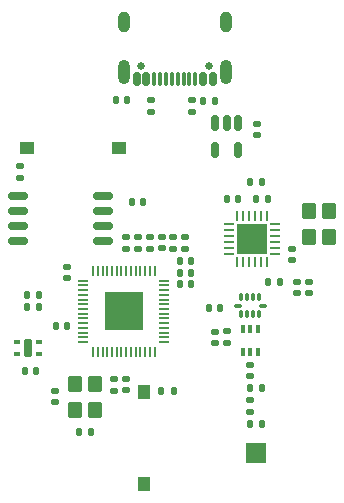
<source format=gbr>
%TF.GenerationSoftware,KiCad,Pcbnew,9.0.5*%
%TF.CreationDate,2025-12-02T20:32:22-06:00*%
%TF.ProjectId,lorapuck,6c6f7261-7075-4636-9b2e-6b696361645f,rev?*%
%TF.SameCoordinates,Original*%
%TF.FileFunction,Soldermask,Top*%
%TF.FilePolarity,Negative*%
%FSLAX46Y46*%
G04 Gerber Fmt 4.6, Leading zero omitted, Abs format (unit mm)*
G04 Created by KiCad (PCBNEW 9.0.5) date 2025-12-02 20:32:22*
%MOMM*%
%LPD*%
G01*
G04 APERTURE LIST*
G04 Aperture macros list*
%AMRoundRect*
0 Rectangle with rounded corners*
0 $1 Rounding radius*
0 $2 $3 $4 $5 $6 $7 $8 $9 X,Y pos of 4 corners*
0 Add a 4 corners polygon primitive as box body*
4,1,4,$2,$3,$4,$5,$6,$7,$8,$9,$2,$3,0*
0 Add four circle primitives for the rounded corners*
1,1,$1+$1,$2,$3*
1,1,$1+$1,$4,$5*
1,1,$1+$1,$6,$7*
1,1,$1+$1,$8,$9*
0 Add four rect primitives between the rounded corners*
20,1,$1+$1,$2,$3,$4,$5,0*
20,1,$1+$1,$4,$5,$6,$7,0*
20,1,$1+$1,$6,$7,$8,$9,0*
20,1,$1+$1,$8,$9,$2,$3,0*%
G04 Aperture macros list end*
%ADD10R,1.700000X1.700000*%
%ADD11RoundRect,0.135000X0.135000X0.185000X-0.135000X0.185000X-0.135000X-0.185000X0.135000X-0.185000X0*%
%ADD12RoundRect,0.140000X-0.170000X0.140000X-0.170000X-0.140000X0.170000X-0.140000X0.170000X0.140000X0*%
%ADD13RoundRect,0.050000X-0.387500X-0.050000X0.387500X-0.050000X0.387500X0.050000X-0.387500X0.050000X0*%
%ADD14RoundRect,0.050000X-0.050000X-0.387500X0.050000X-0.387500X0.050000X0.387500X-0.050000X0.387500X0*%
%ADD15R,3.200000X3.200000*%
%ADD16RoundRect,0.140000X0.140000X0.170000X-0.140000X0.170000X-0.140000X-0.170000X0.140000X-0.170000X0*%
%ADD17R,1.250000X1.000000*%
%ADD18RoundRect,0.140000X-0.140000X-0.170000X0.140000X-0.170000X0.140000X0.170000X-0.140000X0.170000X0*%
%ADD19RoundRect,0.135000X-0.185000X0.135000X-0.185000X-0.135000X0.185000X-0.135000X0.185000X0.135000X0*%
%ADD20RoundRect,0.087500X0.187500X0.087500X-0.187500X0.087500X-0.187500X-0.087500X0.187500X-0.087500X0*%
%ADD21RoundRect,0.175000X0.175000X0.625000X-0.175000X0.625000X-0.175000X-0.625000X0.175000X-0.625000X0*%
%ADD22RoundRect,0.147500X-0.172500X0.147500X-0.172500X-0.147500X0.172500X-0.147500X0.172500X0.147500X0*%
%ADD23RoundRect,0.100000X-0.100000X0.225000X-0.100000X-0.225000X0.100000X-0.225000X0.100000X0.225000X0*%
%ADD24RoundRect,0.250000X-0.350000X0.450000X-0.350000X-0.450000X0.350000X-0.450000X0.350000X0.450000X0*%
%ADD25RoundRect,0.140000X0.170000X-0.140000X0.170000X0.140000X-0.170000X0.140000X-0.170000X-0.140000X0*%
%ADD26RoundRect,0.150000X-0.150000X0.512500X-0.150000X-0.512500X0.150000X-0.512500X0.150000X0.512500X0*%
%ADD27RoundRect,0.250000X0.350000X-0.450000X0.350000X0.450000X-0.350000X0.450000X-0.350000X-0.450000X0*%
%ADD28C,0.650000*%
%ADD29RoundRect,0.150000X0.150000X0.425000X-0.150000X0.425000X-0.150000X-0.425000X0.150000X-0.425000X0*%
%ADD30RoundRect,0.075000X0.075000X0.500000X-0.075000X0.500000X-0.075000X-0.500000X0.075000X-0.500000X0*%
%ADD31O,1.000000X2.100000*%
%ADD32O,1.000000X1.800000*%
%ADD33RoundRect,0.135000X0.185000X-0.135000X0.185000X0.135000X-0.185000X0.135000X-0.185000X-0.135000X0*%
%ADD34R,1.000000X1.250000*%
%ADD35RoundRect,0.147500X0.147500X0.172500X-0.147500X0.172500X-0.147500X-0.172500X0.147500X-0.172500X0*%
%ADD36RoundRect,0.162500X-0.650000X-0.162500X0.650000X-0.162500X0.650000X0.162500X-0.650000X0.162500X0*%
%ADD37RoundRect,0.147500X-0.147500X-0.172500X0.147500X-0.172500X0.147500X0.172500X-0.147500X0.172500X0*%
%ADD38RoundRect,0.062500X0.350000X0.062500X-0.350000X0.062500X-0.350000X-0.062500X0.350000X-0.062500X0*%
%ADD39RoundRect,0.062500X0.062500X0.350000X-0.062500X0.350000X-0.062500X-0.350000X0.062500X-0.350000X0*%
%ADD40R,2.600000X2.600000*%
%ADD41RoundRect,0.135000X-0.135000X-0.185000X0.135000X-0.185000X0.135000X0.185000X-0.135000X0.185000X0*%
%ADD42RoundRect,0.075000X-0.075000X0.225000X-0.075000X-0.225000X0.075000X-0.225000X0.075000X0.225000X0*%
%ADD43RoundRect,0.075000X-0.237500X0.075000X-0.237500X-0.075000X0.237500X-0.075000X0.237500X0.075000X0*%
G04 APERTURE END LIST*
D10*
%TO.C,AE1*%
X100000000Y-118800000D03*
%TD*%
D11*
%TO.C,R1*%
X93010000Y-113500000D03*
X91990000Y-113500000D03*
%TD*%
D12*
%TO.C,C23*%
X83000000Y-113530000D03*
X83000000Y-114490000D03*
%TD*%
D13*
%TO.C,U2*%
X85362500Y-104190000D03*
X85362500Y-104590000D03*
X85362500Y-104990000D03*
X85362500Y-105390000D03*
X85362500Y-105790000D03*
X85362500Y-106190000D03*
X85362500Y-106590000D03*
X85362500Y-106990000D03*
X85362500Y-107390000D03*
X85362500Y-107790000D03*
X85362500Y-108190000D03*
X85362500Y-108590000D03*
X85362500Y-108990000D03*
X85362500Y-109390000D03*
D14*
X86200000Y-110227500D03*
X86600000Y-110227500D03*
X87000000Y-110227500D03*
X87400000Y-110227500D03*
X87800000Y-110227500D03*
X88200000Y-110227500D03*
X88600000Y-110227500D03*
X89000000Y-110227500D03*
X89400000Y-110227500D03*
X89800000Y-110227500D03*
X90200000Y-110227500D03*
X90600000Y-110227500D03*
X91000000Y-110227500D03*
X91400000Y-110227500D03*
D13*
X92237500Y-109390000D03*
X92237500Y-108990000D03*
X92237500Y-108590000D03*
X92237500Y-108190000D03*
X92237500Y-107790000D03*
X92237500Y-107390000D03*
X92237500Y-106990000D03*
X92237500Y-106590000D03*
X92237500Y-106190000D03*
X92237500Y-105790000D03*
X92237500Y-105390000D03*
X92237500Y-104990000D03*
X92237500Y-104590000D03*
X92237500Y-104190000D03*
D14*
X91400000Y-103352500D03*
X91000000Y-103352500D03*
X90600000Y-103352500D03*
X90200000Y-103352500D03*
X89800000Y-103352500D03*
X89400000Y-103352500D03*
X89000000Y-103352500D03*
X88600000Y-103352500D03*
X88200000Y-103352500D03*
X87800000Y-103352500D03*
X87400000Y-103352500D03*
X87000000Y-103352500D03*
X86600000Y-103352500D03*
X86200000Y-103352500D03*
D15*
X88800000Y-106790000D03*
%TD*%
D16*
%TO.C,C6*%
X90460000Y-97490000D03*
X89500000Y-97490000D03*
%TD*%
D12*
%TO.C,C1*%
X84000000Y-103040000D03*
X84000000Y-104000000D03*
%TD*%
D17*
%TO.C,SW1*%
X88375000Y-93000000D03*
X80625000Y-93000000D03*
%TD*%
D18*
%TO.C,C26*%
X80440000Y-111800000D03*
X81400000Y-111800000D03*
%TD*%
D19*
%TO.C,R5*%
X97500000Y-108490000D03*
X97500000Y-109510000D03*
%TD*%
D18*
%TO.C,C24*%
X95520000Y-89000000D03*
X96480000Y-89000000D03*
%TD*%
D12*
%TO.C,C19*%
X99500000Y-111320000D03*
X99500000Y-112280000D03*
%TD*%
D20*
%TO.C,U6*%
X81600000Y-110400000D03*
X81600000Y-109400000D03*
X79750000Y-109400000D03*
X79750000Y-110400000D03*
D21*
X80675000Y-109900000D03*
%TD*%
D16*
%TO.C,C21*%
X100480000Y-116300000D03*
X99520000Y-116300000D03*
%TD*%
D22*
%TO.C,L3*%
X99500000Y-114315000D03*
X99500000Y-115285000D03*
%TD*%
D23*
%TO.C,U4*%
X100150000Y-108300000D03*
X99500000Y-108300000D03*
X98850000Y-108300000D03*
X98850000Y-110200000D03*
X99500000Y-110200000D03*
X100150000Y-110200000D03*
%TD*%
D24*
%TO.C,Y1*%
X104500000Y-98300000D03*
X104500000Y-100500000D03*
X106200000Y-100500000D03*
X106200000Y-98300000D03*
%TD*%
D19*
%TO.C,R8*%
X91110000Y-88885000D03*
X91110000Y-89905000D03*
%TD*%
D25*
%TO.C,C18*%
X96500000Y-109480000D03*
X96500000Y-108520000D03*
%TD*%
D26*
%TO.C,U5*%
X98450000Y-90862500D03*
X97500000Y-90862500D03*
X96550000Y-90862500D03*
X96550000Y-93137500D03*
X98450000Y-93137500D03*
%TD*%
D19*
%TO.C,R7*%
X94610000Y-88885000D03*
X94610000Y-89905000D03*
%TD*%
D18*
%TO.C,C22*%
X85020000Y-117010000D03*
X85980000Y-117010000D03*
%TD*%
D27*
%TO.C,Y2*%
X86350000Y-115100000D03*
X86350000Y-112900000D03*
X84650000Y-112900000D03*
X84650000Y-115100000D03*
%TD*%
D12*
%TO.C,C13*%
X92000000Y-100500000D03*
X92000000Y-101460000D03*
%TD*%
D16*
%TO.C,C9*%
X96980000Y-106500000D03*
X96020000Y-106500000D03*
%TD*%
%TO.C,C15*%
X94480000Y-104500000D03*
X93520000Y-104500000D03*
%TD*%
D28*
%TO.C,J1*%
X96000000Y-86000000D03*
X90220000Y-86000000D03*
D29*
X96310000Y-87075000D03*
X95510000Y-87075000D03*
D30*
X94360000Y-87075000D03*
X93360000Y-87075000D03*
X92860000Y-87075000D03*
X91860000Y-87075000D03*
D29*
X90710000Y-87075000D03*
X89910000Y-87075000D03*
X89910000Y-87075000D03*
X90710000Y-87075000D03*
D30*
X91360000Y-87075000D03*
X92360000Y-87075000D03*
X93860000Y-87075000D03*
X94860000Y-87075000D03*
D29*
X95510000Y-87075000D03*
X96310000Y-87075000D03*
D31*
X97430000Y-86500000D03*
D32*
X97430000Y-82320000D03*
D31*
X88790000Y-86500000D03*
D32*
X88790000Y-82320000D03*
%TD*%
D33*
%TO.C,R6*%
X88000000Y-113510000D03*
X88000000Y-112490000D03*
%TD*%
D12*
%TO.C,C11*%
X89000000Y-100520000D03*
X89000000Y-101480000D03*
%TD*%
%TO.C,C12*%
X94000000Y-100520000D03*
X94000000Y-101480000D03*
%TD*%
%TO.C,C5*%
X103000000Y-101520000D03*
X103000000Y-102480000D03*
%TD*%
D25*
%TO.C,C25*%
X100110000Y-91875000D03*
X100110000Y-90915000D03*
%TD*%
D34*
%TO.C,SW2*%
X90500000Y-121375000D03*
X90500000Y-113625000D03*
%TD*%
D18*
%TO.C,C4*%
X93520000Y-103500000D03*
X94480000Y-103500000D03*
%TD*%
D11*
%TO.C,R9*%
X81600000Y-105400000D03*
X80580000Y-105400000D03*
%TD*%
D33*
%TO.C,R4*%
X80000000Y-95520000D03*
X80000000Y-94500000D03*
%TD*%
D18*
%TO.C,C2*%
X93520000Y-102500000D03*
X94480000Y-102500000D03*
%TD*%
D35*
%TO.C,L1*%
X101985000Y-104300000D03*
X101015000Y-104300000D03*
%TD*%
D25*
%TO.C,C10*%
X89000000Y-113450000D03*
X89000000Y-112490000D03*
%TD*%
D16*
%TO.C,C20*%
X100480000Y-113300000D03*
X99520000Y-113300000D03*
%TD*%
D18*
%TO.C,C7*%
X97540000Y-97300000D03*
X98500000Y-97300000D03*
%TD*%
D36*
%TO.C,U3*%
X79825000Y-97000000D03*
X79825000Y-98270000D03*
X79825000Y-99540000D03*
X79825000Y-100810000D03*
X87000000Y-100810000D03*
X87000000Y-99540000D03*
X87000000Y-98270000D03*
X87000000Y-97000000D03*
%TD*%
D25*
%TO.C,C17*%
X103500000Y-105260000D03*
X103500000Y-104300000D03*
%TD*%
D37*
%TO.C,15uH1*%
X99515000Y-95800000D03*
X100485000Y-95800000D03*
%TD*%
D33*
%TO.C,R3*%
X91000000Y-101510000D03*
X91000000Y-100490000D03*
%TD*%
D38*
%TO.C,U1*%
X101587500Y-101900000D03*
X101587500Y-101400000D03*
X101587500Y-100900000D03*
X101587500Y-100400000D03*
X101587500Y-99900000D03*
X101587500Y-99400000D03*
D39*
X100900000Y-98712500D03*
X100400000Y-98712500D03*
X99900000Y-98712500D03*
X99400000Y-98712500D03*
X98900000Y-98712500D03*
X98400000Y-98712500D03*
D38*
X97712500Y-99400000D03*
X97712500Y-99900000D03*
X97712500Y-100400000D03*
X97712500Y-100900000D03*
X97712500Y-101400000D03*
X97712500Y-101900000D03*
D39*
X98400000Y-102587500D03*
X98900000Y-102587500D03*
X99400000Y-102587500D03*
X99900000Y-102587500D03*
X100400000Y-102587500D03*
X100900000Y-102587500D03*
D40*
X99650000Y-100650000D03*
%TD*%
D16*
%TO.C,C3*%
X100980000Y-97300000D03*
X100020000Y-97300000D03*
%TD*%
D12*
%TO.C,C14*%
X93000000Y-100520000D03*
X93000000Y-101480000D03*
%TD*%
D37*
%TO.C,FB1*%
X88125000Y-88895000D03*
X89095000Y-88895000D03*
%TD*%
D18*
%TO.C,C8*%
X83020000Y-107990000D03*
X83980000Y-107990000D03*
%TD*%
D33*
%TO.C,R2*%
X90000000Y-101510000D03*
X90000000Y-100490000D03*
%TD*%
D41*
%TO.C,R10*%
X80580000Y-106400000D03*
X81600000Y-106400000D03*
%TD*%
D25*
%TO.C,C16*%
X104470000Y-105260000D03*
X104470000Y-104300000D03*
%TD*%
D42*
%TO.C,FL1*%
X100250000Y-105600000D03*
X99750000Y-105600000D03*
X99250000Y-105600000D03*
X98750000Y-105600000D03*
D43*
X98437500Y-106300000D03*
D42*
X98750000Y-107000000D03*
X99250000Y-107000000D03*
X99750000Y-107000000D03*
X100250000Y-107000000D03*
D43*
X100562500Y-106300000D03*
%TD*%
M02*

</source>
